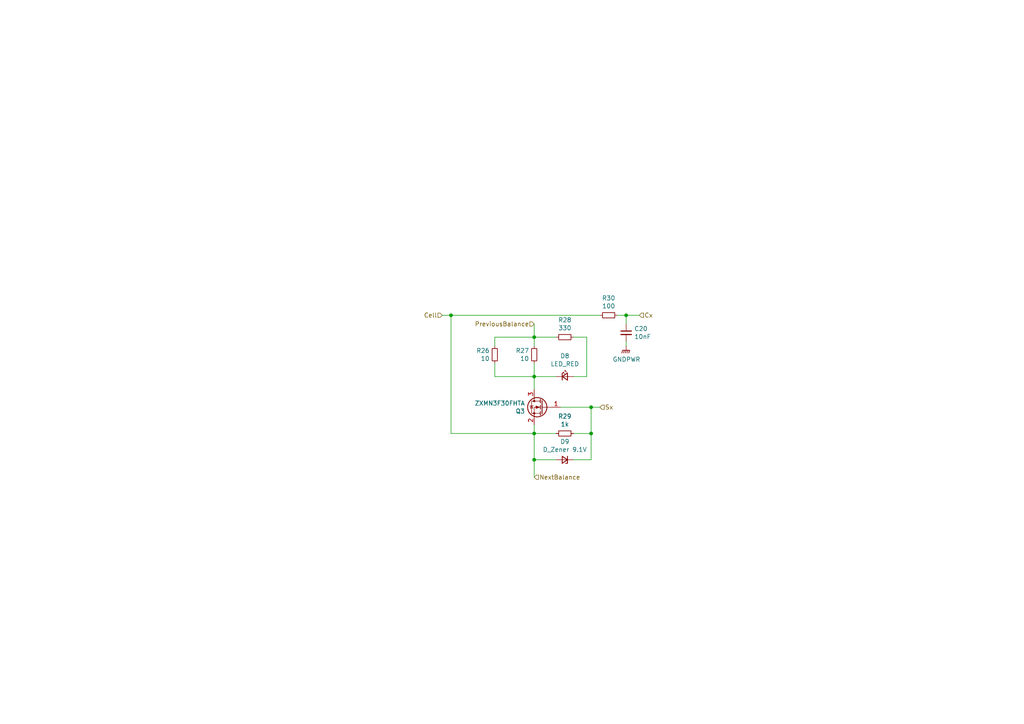
<source format=kicad_sch>
(kicad_sch (version 20231120) (generator "eeschema") (generator_version "8.0")
  (paper "A4")
  (title_block (title "Balance part of LTC6810"))
  (lib_symbols
    (symbol "BMS_LV_2022-rescue:GNDPWR-power" (power) (pin_names (offset 0))
      (property "Value" "power_GNDPWR" (at 0 -3.302 0))
      (symbol "GNDPWR-power_0_1"
        (polyline (pts (xy 0 -1.27) (xy 0 0)))
        (polyline (pts (xy -1.016 -1.27) (xy -1.27 -2.032) (xy -1.27 -2.032)) (stroke (width 0.2032)))
        (polyline (pts (xy -0.508 -1.27) (xy -0.762 -2.032) (xy -0.762 -2.032)) (stroke (width 0.2032)))
        (polyline (pts (xy 0 -1.27) (xy -0.254 -2.032) (xy -0.254 -2.032)) (stroke (width 0.2032)))
        (polyline (pts (xy 0.508 -1.27) (xy 0.254 -2.032) (xy 0.254 -2.032)) (stroke (width 0.2032)))
        (polyline (pts (xy 1.016 -1.27) (xy -1.016 -1.27) (xy -1.016 -1.27)) (stroke (width 0.2032)))
        (polyline (pts (xy 1.016 -1.27) (xy 0.762 -2.032) (xy 0.762 -2.032) (xy 0.762 -2.032)) (stroke (width 0.2032)))
      )
      (symbol "GNDPWR-power_1_1"
        (pin power_in line (at 0 0 270) (length 0) hide (name "GNDPWR") (number "1"))
      )
    )
    (symbol "Device:C_Small" (pin_numbers hide) (pin_names (offset 0.254) hide)
      (property "Reference" "C" (at 0.254 1.778 0))
      (property "Value" "C_Small" (at 0.254 -2.032 0))
      (symbol "C_Small_0_1"
        (polyline (pts (xy -1.524 -0.508) (xy 1.524 -0.508)) (stroke (width 0.3302)))
        (polyline (pts (xy -1.524 0.508) (xy 1.524 0.508)) (stroke (width 0.3048)))
      )
      (symbol "C_Small_1_1"
        (pin passive line (at 0 2.54 270) (length 2.032) (name "~") (number "1"))
        (pin passive line (at 0 -2.54 90) (length 2.032) (name "~") (number "2"))
      )
    )
    (symbol "Device:D_Zener_Small" (pin_numbers hide) (pin_names (offset 0.254) hide)
      (property "Reference" "D" (at 0 2.286 0))
      (property "Value" "D_Zener_Small" (at 0 -2.286 0))
      (symbol "D_Zener_Small_0_1"
        (polyline (pts (xy 0.762 0) (xy -0.762 0)))
        (polyline (pts (xy -0.254 1.016) (xy -0.762 1.016) (xy -0.762 -1.016)) (stroke (width 0.254)))
        (polyline (pts (xy 0.762 1.016) (xy -0.762 0) (xy 0.762 -1.016) (xy 0.762 1.016)) (stroke (width 0.254)))
      )
      (symbol "D_Zener_Small_1_1"
        (pin passive line (at -2.54 0 0) (length 1.778) (name "K") (number "1"))
        (pin passive line (at 2.54 0 180) (length 1.778) (name "A") (number "2"))
      )
    )
    (symbol "Device:LED_Small" (pin_numbers hide) (pin_names (offset 0.254) hide)
      (property "Reference" "D" (at -1.27 3.175 0))
      (property "Value" "LED_Small" (at -4.445 -2.54 0))
      (symbol "LED_Small_0_1"
        (polyline (pts (xy -0.762 -1.016) (xy -0.762 1.016)) (stroke (width 0.254)))
        (polyline (pts (xy 1.016 0) (xy -0.762 0)))
        (polyline (pts (xy 0.762 -1.016) (xy -0.762 0) (xy 0.762 1.016) (xy 0.762 -1.016)) (stroke (width 0.254)))
        (polyline (pts (xy 0 0.762) (xy -0.508 1.27) (xy -0.254 1.27) (xy -0.508 1.27) (xy -0.508 1.016)))
        (polyline (pts (xy 0.508 1.27) (xy 0 1.778) (xy 0.254 1.778) (xy 0 1.778) (xy 0 1.524)))
      )
      (symbol "LED_Small_1_1"
        (pin passive line (at -2.54 0 0) (length 1.778) (name "K") (number "1"))
        (pin passive line (at 2.54 0 180) (length 1.778) (name "A") (number "2"))
      )
    )
    (symbol "Device:Q_NMOS_GSD" (pin_names (offset 0) hide)
      (property "Reference" "Q" (at 5.08 1.27 0))
      (property "Value" "Q_NMOS_GSD" (at 5.08 -1.27 0))
      (symbol "Q_NMOS_GSD_0_1"
        (polyline (pts (xy 0.254 0) (xy -2.54 0)))
        (polyline (pts (xy 0.254 1.905) (xy 0.254 -1.905)) (stroke (width 0.254)))
        (polyline (pts (xy 0.762 -1.27) (xy 0.762 -2.286)) (stroke (width 0.254)))
        (polyline (pts (xy 0.762 0.508) (xy 0.762 -0.508)) (stroke (width 0.254)))
        (polyline (pts (xy 0.762 2.286) (xy 0.762 1.27)) (stroke (width 0.254)))
        (polyline (pts (xy 2.54 2.54) (xy 2.54 1.778)))
        (polyline (pts (xy 2.54 -2.54) (xy 2.54 0) (xy 0.762 0)))
        (polyline (pts (xy 0.762 -1.778) (xy 3.302 -1.778) (xy 3.302 1.778) (xy 0.762 1.778)))
        (polyline (pts (xy 1.016 0) (xy 2.032 0.381) (xy 2.032 -0.381) (xy 1.016 0)) (fill (type outline)))
        (polyline (pts (xy 2.794 0.508) (xy 2.921 0.381) (xy 3.683 0.381) (xy 3.81 0.254)))
        (polyline (pts (xy 3.302 0.381) (xy 2.921 -0.254) (xy 3.683 -0.254) (xy 3.302 0.381)))
        (circle (center 1.651 0) (radius 2.794) (stroke (width 0.254)))
        (circle (center 2.54 -1.778) (radius 0.254) (fill (type outline)))
        (circle (center 2.54 1.778) (radius 0.254) (fill (type outline)))
      )
      (symbol "Q_NMOS_GSD_1_1"
        (pin input line (at -5.08 0 0) (length 2.54) (name "G") (number "1"))
        (pin passive line (at 2.54 -5.08 90) (length 2.54) (name "S") (number "2"))
        (pin passive line (at 2.54 5.08 270) (length 2.54) (name "D") (number "3"))
      )
    )
    (symbol "Device:R_Small" (pin_numbers hide) (pin_names (offset 0.254) hide)
      (property "Reference" "R" (at 0.762 0.508 0))
      (property "Value" "R_Small" (at 0.762 -1.016 0))
      (symbol "R_Small_0_1"
        (rectangle (start -0.762 1.778) (end 0.762 -1.778) (stroke (width 0.2032)))
      )
      (symbol "R_Small_1_1"
        (pin passive line (at 0 2.54 270) (length 0.762) (name "~") (number "1"))
        (pin passive line (at 0 -2.54 90) (length 0.762) (name "~") (number "2"))
      )
    )
  )
  (junction (at 154.94 109.22))
  (junction (at 171.45 125.73))
  (junction (at 181.61 91.44))
  (junction (at 154.94 97.79))
  (junction (at 154.94 133.35))
  (junction (at 154.94 125.73))
  (junction (at 171.45 118.11))
  (junction (at 130.81 91.44))
  (wire (pts (xy 154.94 109.22) (xy 154.94 105.41)))
  (wire (pts (xy 130.81 125.73) (xy 130.81 91.44)))
  (wire (pts (xy 161.29 109.22) (xy 154.94 109.22)))
  (wire (pts (xy 154.94 125.73) (xy 130.81 125.73)))
  (wire (pts (xy 154.94 97.79) (xy 154.94 93.98)))
  (wire (pts (xy 154.94 123.19) (xy 154.94 125.73)))
  (wire (pts (xy 130.81 91.44) (xy 173.99 91.44)))
  (wire (pts (xy 170.18 97.79) (xy 170.18 109.22)))
  (wire (pts (xy 161.29 133.35) (xy 154.94 133.35)))
  (wire (pts (xy 171.45 125.73) (xy 171.45 118.11)))
  (wire (pts (xy 181.61 91.44) (xy 181.61 93.98)))
  (wire (pts (xy 143.51 97.79) (xy 154.94 97.79)))
  (wire (pts (xy 179.07 91.44) (xy 181.61 91.44)))
  (wire (pts (xy 128.27 91.44) (xy 130.81 91.44)))
  (wire (pts (xy 181.61 99.06) (xy 181.61 100.33)))
  (wire (pts (xy 181.61 91.44) (xy 185.42 91.44)))
  (wire (pts (xy 170.18 109.22) (xy 166.37 109.22)))
  (wire (pts (xy 143.51 97.79) (xy 143.51 100.33)))
  (wire (pts (xy 171.45 118.11) (xy 173.99 118.11)))
  (wire (pts (xy 166.37 125.73) (xy 171.45 125.73)))
  (wire (pts (xy 154.94 113.03) (xy 154.94 109.22)))
  (wire (pts (xy 171.45 125.73) (xy 171.45 133.35)))
  (wire (pts (xy 154.94 97.79) (xy 161.29 97.79)))
  (wire (pts (xy 154.94 125.73) (xy 161.29 125.73)))
  (wire (pts (xy 166.37 97.79) (xy 170.18 97.79)))
  (wire (pts (xy 162.56 118.11) (xy 171.45 118.11)))
  (wire (pts (xy 154.94 109.22) (xy 143.51 109.22)))
  (wire (pts (xy 154.94 133.35) (xy 154.94 138.43)))
  (wire (pts (xy 154.94 97.79) (xy 154.94 100.33)))
  (wire (pts (xy 166.37 133.35) (xy 171.45 133.35)))
  (wire (pts (xy 154.94 133.35) (xy 154.94 125.73)))
  (wire (pts (xy 143.51 109.22) (xy 143.51 105.41)))
  (hierarchical_label "PreviousBalance" (shape input) (at 154.94 93.98 180))
  (hierarchical_label "Cx" (shape input) (at 185.42 91.44 0))
  (hierarchical_label "NextBalance" (shape input) (at 154.94 138.43 0))
  (hierarchical_label "Sx" (shape input) (at 173.99 118.11 0))
  (hierarchical_label "Cell" (shape input) (at 128.27 91.44 180))
  (symbol (lib_id "Device:R_Small") (at 143.51 102.87 0) (mirror x) (unit 1)
    (property "Reference" "R26" (at 142.0368 101.7016 0) (effects (justify right)))
    (property "Value" "10" (at 142.0368 104.013 0) (effects (justify right)))
    (property "Footprint" "Resistor_SMD:R_2512_6332Metric" (effects (hide yes)))
    (property "Part Number" "CHP2512AFX-10R0ELF" (effects (hide yes)))
    (instances (project "BMS_LV_2022" (path "" (reference "R26") (unit 1)) (path "" (reference "R36") (unit 1)) (path "" (reference "R46") (unit 1)) (path "" (reference "R31") (unit 1)) (path "" (reference "R21") (unit 1)) (path "" (reference "R41") (unit 1))))
  )
  (symbol (lib_id "Device:R_Small") (at 154.94 102.87 0) (mirror x) (unit 1)
    (property "Reference" "R27" (at 153.4668 101.7016 0) (effects (justify right)))
    (property "Value" "10" (at 153.4668 104.013 0) (effects (justify right)))
    (property "Footprint" "Resistor_SMD:R_2512_6332Metric" (effects (hide yes)))
    (property "Part Number" "CHP2512AFX-10R0ELF" (effects (hide yes)))
    (instances (project "BMS_LV_2022" (path "" (reference "R27") (unit 1)) (path "" (reference "R37") (unit 1)) (path "" (reference "R47") (unit 1)) (path "" (reference "R32") (unit 1)) (path "" (reference "R22") (unit 1)) (path "" (reference "R42") (unit 1))))
  )
  (symbol (lib_id "Device:R_Small") (at 163.83 97.79 270) (unit 1)
    (property "Reference" "R28" (at 163.83 92.8116 90))
    (property "Value" "330" (at 163.83 95.123 90))
    (property "Footprint" "Resistor_SMD:R_0603_1608Metric" (effects (hide yes)))
    (instances (project "BMS_LV_2022" (path "" (reference "R28") (unit 1)) (path "" (reference "R38") (unit 1)) (path "" (reference "R48") (unit 1)) (path "" (reference "R33") (unit 1)) (path "" (reference "R23") (unit 1)) (path "" (reference "R43") (unit 1))))
  )
  (symbol (lib_id "Device:LED_Small") (at 163.83 109.22 0) (unit 1)
    (property "Reference" "D8" (at 163.83 103.251 0))
    (property "Value" "LED_RED" (at 163.83 105.5624 0))
    (property "Footprint" "LED_SMD:LED_0603_1608Metric" (effects (hide yes)))
    (instances (project "BMS_LV_2022" (path "" (reference "D8") (unit 1)) (path "" (reference "D12") (unit 1)) (path "" (reference "D16") (unit 1)) (path "" (reference "D10") (unit 1)) (path "" (reference "D6") (unit 1)) (path "" (reference "D14") (unit 1))))
  )
  (symbol (lib_id "Device:Q_NMOS_GSD") (at 157.48 118.11 0) (mirror y) (unit 1)
    (property "Reference" "Q3" (at 152.273 119.2784 0) (effects (justify left)))
    (property "Value" "ZXMN3F30FHTA" (at 152.273 116.967 0) (effects (justify left)))
    (property "Footprint" "Package_TO_SOT_SMD:SOT-23" (effects (hide yes)))
    (property "Datasheet" "https://html.alldatasheet.com/html-pdf/1229711/VBSEMI/PMV213SN/252/1/PMV213SN.html" (effects (hide yes)))
    (instances (project "BMS_LV_2022" (path "" (reference "Q3") (unit 1)) (path "" (reference "Q5") (unit 1)) (path "" (reference "Q7") (unit 1)) (path "" (reference "Q4") (unit 1)) (path "" (reference "Q2") (unit 1)) (path "" (reference "Q6") (unit 1))))
  )
  (symbol (lib_id "Device:R_Small") (at 163.83 125.73 270) (unit 1)
    (property "Reference" "R29" (at 163.83 120.7516 90))
    (property "Value" "1k" (at 163.83 123.063 90))
    (property "Footprint" "Resistor_SMD:R_0603_1608Metric" (effects (hide yes)))
    (instances (project "BMS_LV_2022" (path "" (reference "R29") (unit 1)) (path "" (reference "R39") (unit 1)) (path "" (reference "R49") (unit 1)) (path "" (reference "R34") (unit 1)) (path "" (reference "R24") (unit 1)) (path "" (reference "R44") (unit 1))))
  )
  (symbol (lib_id "Device:D_Zener_Small") (at 163.83 133.35 180) (unit 1)
    (property "Reference" "D9" (at 163.83 128.0922 0))
    (property "Value" "D_Zener 9.1V" (at 163.83 130.4036 0))
    (property "Footprint" "Diode_SMD:D_SOD-323" (effects (hide yes)))
    (property "Part Number" "BZX384-C9V1.115" (effects (hide yes)))
    (instances (project "BMS_LV_2022" (path "" (reference "D9") (unit 1)) (path "" (reference "D13") (unit 1)) (path "" (reference "D17") (unit 1)) (path "" (reference "D11") (unit 1)) (path "" (reference "D7") (unit 1)) (path "" (reference "D15") (unit 1))))
  )
  (symbol (lib_id "Device:R_Small") (at 176.53 91.44 270) (unit 1)
    (property "Reference" "R30" (at 176.53 86.4616 90))
    (property "Value" "100" (at 176.53 88.773 90))
    (property "Footprint" "Resistor_SMD:R_0603_1608Metric" (effects (hide yes)))
    (instances (project "BMS_LV_2022" (path "" (reference "R30") (unit 1)) (path "" (reference "R40") (unit 1)) (path "" (reference "R50") (unit 1)) (path "" (reference "R35") (unit 1)) (path "" (reference "R25") (unit 1)) (path "" (reference "R45") (unit 1))))
  )
  (symbol (lib_id "Device:C_Small") (at 181.61 96.52 0) (unit 1)
    (property "Reference" "C20" (at 183.9468 95.3516 0) (effects (justify left)))
    (property "Value" "10nF" (at 183.9468 97.663 0) (effects (justify left)))
    (property "Footprint" "Capacitor_SMD:C_0603_1608Metric" (effects (hide yes)))
    (instances (project "BMS_LV_2022" (path "" (reference "C20") (unit 1)) (path "" (reference "C22") (unit 1)) (path "" (reference "C24") (unit 1)) (path "" (reference "C21") (unit 1)) (path "" (reference "C19") (unit 1)) (path "" (reference "C23") (unit 1))))
  )
  (symbol (lib_id "BMS_LV_2022-rescue:GNDPWR-power") (at 181.61 100.33 0) (unit 1)
    (property "Reference" "#PWR0113" (effects (hide yes)))
    (property "Value" "GNDPWR" (at 181.7116 104.2416 0))
    (instances (project "BMS_LV_2022" (path "" (reference "#PWR0113") (unit 1)) (path "" (reference "#PWR0114") (unit 1)) (path "" (reference "#PWR0116") (unit 1)) (path "" (reference "#PWR0115") (unit 1)) (path "" (reference "#PWR0112") (unit 1)) (path "" (reference "#PWR0117") (unit 1))))
  )
)
</source>
